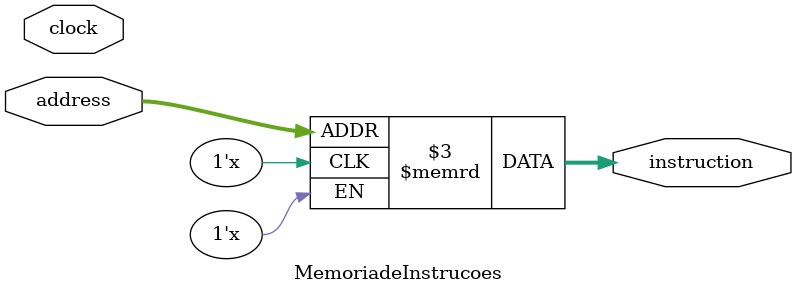
<source format=v>
module MemoriadeInstrucoes(address,clock,instruction);

input[31:0] address;
input clock;
output [31:0] instruction;
integer flag=0;
reg[31:0] instrmem[31:0];

always @(posedge clock) begin

	if(flag==0) 
	begin
	/*//fibonacci
	   instrmem[0]= 32'b010010_00000_00000_00000_00000000000; //nop
		instrmem[1]= 32'b001100_00000_00001_00000_00000000001; // r[1]=1
		instrmem[2]= 32'b001100_00000_00010_00000_00000000001; // r[2]=1
		instrmem[3]= 32'b001100_00000_00100_00000_00000000000; // r[4]=0
		instrmem[4]= 32'b010100_00000_00000_00011_00000000000; // input
		instrmem[5]= 32'b000011_00011_00011_00000_00000000001; // r[3]=r[3]-1
		instrmem[6]= 32'b000110_00000_00011_01010_00000000000; // slt r[10],r[0],r[3]
		instrmem[7]= 32'b001110_01010_00000_00000_00000001100; // beq 12,[r10],r[0]
		instrmem[8]= 32'b000000_00001_00100_00010_00000000000; // r[2]= r[1]+r[4]
		instrmem[9]= 32'b010110_00001_00000_00100_00000000000; //r4=r1
		instrmem[10]= 32'b010110_00010_00000_00001_00000000000; //r1=r2
		instrmem[11]= 32'b010000_00000_00000_00000_00000000101; //jump to 5
		instrmem[12]= 32'b001100_00000_00101_00000_00000001111; // r[5]=15 ldi
		instrmem[13]= 32'b010001_00101_00000_00000_00000000000; // jmpr
		instrmem[15]= 32'b001101_00000_00010_00000_00000000010; // SW
		instrmem[16]= 32'b001011_00000_00110_00000_00000000010; //lw
		instrmem[17]= 32'b010101_00110_00000_00000_00000000000; // out r[2]
		instrmem[18]= 32'b010011_00000_00000_00000_00000000000; //halt*/
		
		/*			
		/// fibonacci2
		instrmem[0]= 32'b010010_00000_00000_00000_00000000000; //nop
		instrmem[1]= 32'b000010_00000_00001_00000_00000000001; // r[1]=1 addi
		instrmem[2]= 32'b001100_00000_00010_00000_00000000001; // r[2]=1 ldi
		instrmem[3]= 32'b001100_00000_00100_00000_00000000000; // r[4]=0 //ldi
		instrmem[4]= 32'b010100_00000_00000_00011_00000000000; // input 
		instrmem[5]= 32'b000001_00011_00001_00011_00000000000; // r[3]=r[3]-r[1] //sub
		instrmem[6]= 32'b000110_00000_00011_01010_00000000000; // slt r[10],r[0],r[3] //slt
		instrmem[7]= 32'b001110_01010_00000_00000_00000001101; // beq 13,[r10],r[0] //beq
		instrmem[8]= 32'b000000_00001_00100_00010_00000000000; // r[2]= r[1]+r[4] //add
		instrmem[9]= 32'b010110_00001_00000_00100_00000000000; //r4=r1 //move
		instrmem[10]= 32'b010110_00010_00000_00001_00000000000; //r1=r2 //move
		instrmem[11]= 32'b000011_00011_00011_00000_00000000001; // r[3]=r[3]-1 //subi
		instrmem[12]= 32'b010000_00000_00000_00000_00000000110; //jump to 6 //jmp
		instrmem[13]= 32'b010001_00101_00000_00000_00000000000; // jmpr //jumptoreg
		instrmem[15]= 32'b001101_00000_00010_00000_00000000010; // SW //sw
		instrmem[16]= 32'b001011_00000_00110_00000_00000000010; //lw //lw
		instrmem[17]= 32'b000111_00000_00110_00000_00000000000; //NOT
		instrmem[18]= 32'b000111_00000_00110_00000_00000000000; //NOT
		instrmem[19]= 32'b010101_00110_00000_00000_00000000000; // out r[2] //output
		instrmem[20]= 32'b010011_00000_00000_00000_00000000000; //halt 
*/
	/*	//todas instruçoes
		instrmem[0]= 32'b010100_00000_00000_00001_00000000000; // input r[1]=1
		instrmem[1]= 32'b010100_00000_00000_00010_00000000000; // input r[2]=2
		instrmem[2]= 32'b001100_00000_00100_00000_00000001111; // r[4]=15 //ldi
		instrmem[3]= 32'b000000_00001_00010_00011_00000000000; // r[3]= r[1]+r[2] //add
		instrmem[4]= 32'b000001_00001_00010_00011_00000000000; // r[3]= r[1]-r[2] //sub
		instrmem[5]= 32'b000100_00001_00010_00011_00000000000; // r[3]= r[1]*r[2] //mult
		instrmem[6]= 32'b000101_00001_00010_00011_00000000000; // r[3]= r[1]/r[2] //div
		instrmem[7]= 32'b011000_00001_00000_00001_00001_000000; // r[1]=SHFR[r1]
		instrmem[8]= 32'b010111_00010_00000_00010_00001_000000; //r[2]=SHFL[r2]
		instrmem[9]= 32'b010110_00001_00000_00011_00000000000; //r3=r1 //move
		instrmem[10]= 32'b010110_00010_00000_00001_00000000000; //r1=r2 //move
		instrmem[11]= 32'b000011_00011_00011_00000_00000000001; // r[3]=r[3]-1 //subi
		instrmem[12]= 32'b000010_00010_00010_00000_00000000001; // r[2]=r[2]+1 //addi
		instrmem[13]= 32'b010001_00100_00000_00000_00000000000; // jmpr[15]
		instrmem[15]= 32'b010010_00000_00000_00000_00000000000; //nop
		instrmem[16]= 32'b010110_00100_00000_00011_00000000000; //r3=r4 //move
		instrmem[17]= 32'b000111_00011_00000_00011_00000000000; //NOT r3
		instrmem[18]= 32'b000111_00011_00000_00011_00000000000; //NOT r3
		instrmem[19]= 32'b001000_00011_00100_00101_00000000000; // r[5]= r3 AND r4
		instrmem[20]= 32'b001001_00011_00100_00110_00000000000; // r[6]= r3 OR r4
		instrmem[21]= 32'b001010_00011_00100_00111_00000000000; // r[7]= r3 XOR r2
		instrmem[22]= 32'b001110_00101_00011_00000_00000011001; // beq 25,[r5],r[3] //beq
		instrmem[23]= 32'b010000_00000_00000_00000_00000011100; //jump to 28 //jmp
		instrmem[25]= 32'b000110_00101_00011_01010_00000000000; // slt r[10],r[5],r[3] //slt
		instrmem[26]= 32'b001111_00101_01010_00000_00000011100; // bne 28,[r5],r[10] //beq
		instrmem[28]= 32'b001101_00000_00101_00000_00000000010; // SW r[5]
		instrmem[29]= 32'b001011_00000_01000_00000_00000000010; // LW r[8]
		instrmem[30]= 32'b010101_01010_00000_00000_00000000000; // out r[10] //output
		instrmem[31]= 32'b010011_00000_00000_00000_00000000000; //halt
		*/
		
		
		
		
		
//				calcular delta com a=2, b=4 e c=1
	/*	instrmem[0]= 32'bb010100_00000_00000_00001_00000000000; // inpu
		instrmem[2]= 32'b010100_00000_00000_00010_00000000000; // input
		instrmem[4]= 32'b010100_00000_00000_00011_00000000000; // input
		instrmem[6]= 32'b001100_00000_00100_00000_00000000100; // r[4]=4
		instrmem[7]= 32'b000100_00100_00100_00010_00000000000; // b=b^2=b*b
		instrmem[8]= 32'b000100_00100_00001_00100_00000000000; // r[4]=4*a
		instrmem[9]= 32'b000100_00100_00011_00100_00000000000; // r[4]=4*a*c
		instrmem[10]= 32'b000001_00010_00100_00100_00000000000; // r[4]=b^2-4*a*c
		instrmem[11]= 32'b010101_00100_00000_00000_00000000000; // out r[4]
		instrmem[12]= 32'b010011_00000_00000_00000_00000000000; //halt*/
		
	
	// verifica se dois triangulos tem areas iguais, caso sim sai 1, caso nao sai 2
	
		/*instrmem[0]= 32'b010010_00000_00000_00000_00000000000; //nop
		instrmem[1]= 32'b010100_00000_00000_00011_00000000000; // input base r3
	   instrmem[2]= 32'b010010_00000_00000_00000_00000000000; //nop
		instrmem[3]= 32'b010010_00000_00000_00000_00000000000; //nop
		instrmem[4]= 32'b010010_00000_00000_00000_00000000000; //nop
		instrmem[5]= 32'b010100_00000_00000_00010_00000000000; // input altura r2
		instrmem[6]= 32'b000100_00010_00011_00100_00000000000; // r[4]= base*altura //MULT  r4
		instrmem[7]= 32'b010010_00000_00000_00000_00000000000; //nop
		instrmem[8]= 32'b010010_00000_00000_00000_00000000000; //nop
		instrmem[9]= 32'b010010_00000_00000_00000_00000000000; //nop
		instrmem[10]= 32'b011000_00100_00000_00100_00001_000000; // base*altura/2 - SHFR
		instrmem[11]= 32'b010111_00100_00000_00100_00001_000000; // base*altura/2 - SHFL
		instrmem[12]= 32'b001100_00000_00101_00000_00000000010; // r[5]=2 ldi   r5
		instrmem[13]= 32'b000101_00100_00101_00100_00000_000000; // r4 = base*altura/2 - div
		instrmem[14]= 32'b010010_00000_00000_00000_00000000000; //nop
		instrmem[15]= 32'b010100_00000_00000_00001_00000000000; // input base   r1
		instrmem[16]= 32'b010010_00000_00000_00000_00000000000; //nop
		instrmem[17]= 32'b010010_00000_00000_00000_00000000000; //nop
		instrmem[18]= 32'b010100_00000_00000_00110_00000000000; //input altura  r6
		instrmem[19]= 32'b000100_00001_00110_00110_00000000000; // r[6]= base*altura //MULT  r4
		instrmem[20]= 32'b000101_00110_00101_00110_00000000000; // base*altura/2 - SHFR - base*altura/2
		instrmem[21]= 32'b001000_00100_00110_00111_00000_000000; // r4 = AND r4 r6 
		instrmem[22]= 32'b001111_00110_00100_00000_00000011010; // bne 26,[r4],r[6] //bne
		instrmem[23]= 32'b000011_00101_00101_00000_00000000001; // r[5]-1 //subi
		instrmem[24]= 32'b010101_00101_00000_00000_00000000000; // out r[5]
		instrmem[25]= 32'b010011_00000_00000_00000_00000000000; //halt
		instrmem[26]= 32'b001010_00100_00110_00100_00000000000; // r4 = xor r4 r6
		instrmem[27]= 32'b001111_00100_00110_00000_00000011110; // bne 30,[r6],r[4] //bne
		instrmem[28]= 32'b010010_00000_00000_00000_00000000000; //nop
		instrmem[29]= 32'b010010_00000_00000_00000_00000000000; //nop
		instrmem[30]= 32'b010101_00101_00000_00000_00000000000; // out r[2]
		instrmem[31]= 32'b010011_00000_00000_00000_00000000000; //halt*/
		
	///nao sei
		
		/*instrmem[2]=  32'b000000_00001_00001_00100_00000000000; // r[3]= r[1]+r[1]
		instrmem[3]=   32'b001000_00001_00100_00101_00000000000; // AND
		instrmem[4]=   32'b001001_00001_00100_00110_00000000000; // OR
		instrmem[5]=   32'b001010_00001_00100_00111_00000000000; // xOR
		instrmem[2]=  32'b001101_00001_00001_00000_00000000010; // SW
		instrmem[3]=  32'b001011_00001_00010_00000_00000000010;  //lw
		instrmem[4]=  32'b010000_00000_00000_00000_00000000110;
		instrmem[6]=  32'b010001_01001_00000_00000_00000000000;  //add
		instrmem[9]=  32'b000000_00001_00001_00100_00000000000;
		instrmem[10]=  32'b000000_00001_00001_00100_00000000000;
		instrmem[11]=  32'b010010_00000_00000_00000_00000000000;
		instrmem[12]=  32'b000000_00001_00001_00100_00000000000;
		//instrmem[13]=  32'b010011_00000_00000_00000_00000000000;
		instrmem[13]=  32'b010111_01000_00000_00101_00001000000;
		instrmem[14]=  32'b011000_01000_00000_00110_00001000000;
		instrmem[15]=  32'b010110_00001_00000_00111_00000000000;
		instrmem[16]=  32'b000000_00111_00111_01000_00000000000;
		//instrmem[6]=   32'b001011_00001_00100_01111_0000000000; // XOR
		instrmem[2] = 32'b000001_00011_00001_00011_00000000000; // r[3]= r[3]-r[1]*/
		//instrmem[3] = 32'b000110_00010_00001_00011_00000000000; // r[2]= r[3]*r[3]
		//instrmem[4] = 32'b000111_00011_00000_00100_00000000101; // r[4]= r[2]/r[3] */
		flag<=1;
	end
end

assign instruction=instrmem[address];

endmodule 
</source>
